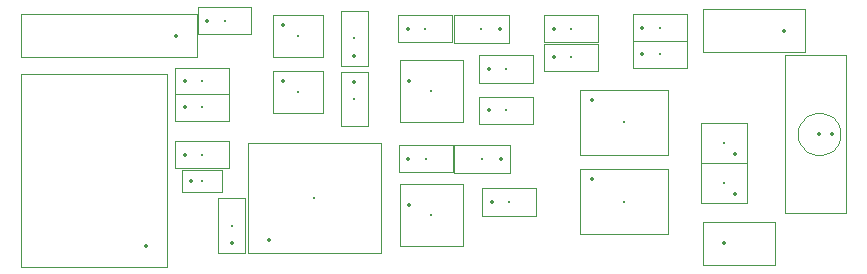
<source format=gbr>
%TF.GenerationSoftware,KiCad,Pcbnew,8.0.3-8.0.3-0~ubuntu22.04.1*%
%TF.CreationDate,2024-11-28T20:40:16+01:00*%
%TF.ProjectId,PMOD-Pulser_update,504d4f44-2d50-4756-9c73-65725f757064,rev?*%
%TF.SameCoordinates,PX5e2ce30PY52bb330*%
%TF.FileFunction,Component,L1,Top*%
%TF.FilePolarity,Positive*%
%FSLAX46Y46*%
G04 Gerber Fmt 4.6, Leading zero omitted, Abs format (unit mm)*
G04 Created by KiCad (PCBNEW 8.0.3-8.0.3-0~ubuntu22.04.1) date 2024-11-28 20:40:16*
%MOMM*%
%LPD*%
G01*
G04 APERTURE LIST*
%TA.AperFunction,ComponentMain*%
%ADD10C,0.300000*%
%TD*%
%TA.AperFunction,ComponentOutline,Courtyard*%
%ADD11C,0.100000*%
%TD*%
%TA.AperFunction,ComponentPin*%
%ADD12P,0.360000X4X0.000000*%
%TD*%
%TA.AperFunction,ComponentPin*%
%ADD13C,0.100000*%
%TD*%
%TA.AperFunction,ComponentOutline,Footprint*%
%ADD14C,0.100000*%
%TD*%
G04 APERTURE END LIST*
D10*
%TO.C,J4*%
%TO.CFtp,PinHeader_1x03_P2.54mm_Vertical*%
%TO.CVal,Conn_01x03_Pin*%
%TO.CLbN,Connector_PinHeader_2.54mm*%
%TO.CMnt,TH*%
%TO.CRot,-90*%
X58000000Y20000000D03*
D11*
X59799999Y21799999D02*
X59799999Y18200001D01*
X51150001Y18200001D01*
X51150001Y21799999D01*
X59799999Y21799999D01*
D12*
%TO.P,J4,1,Pin_1*%
X58000000Y20000000D03*
D13*
%TO.P,J4,2,Pin_2*%
X55460000Y20000000D03*
%TO.P,J4,3,Pin_3*%
X52920000Y20000000D03*
%TD*%
D10*
%TO.C,REF\u005Cu002A\u005Cu002A*%
%TO.CFtp,TestPoint_Loop_D1.80mm_Drill1.0mm_Beaded*%
%TO.CVal,TestPoint_Loop_D1.80mm_Drill1.0mm_Beaded*%
%TO.CLbN,TestPoint*%
%TO.CMnt,TH*%
%TO.CRot,0*%
X61000000Y11250000D03*
D11*
X61000000Y13052522D02*
X61268652Y13032390D01*
X61531303Y12972441D01*
X61782085Y12874018D01*
X61782085Y12874017D01*
X62015397Y12739314D01*
X62226026Y12571342D01*
X62409269Y12373854D01*
X62561030Y12151261D01*
X62677921Y11908536D01*
X62757329Y11651099D01*
X62797482Y11384703D01*
X62799999Y11250000D01*
X62797482Y11115297D01*
X62757329Y10848901D01*
X62677921Y10591464D01*
X62561030Y10348739D01*
X62409269Y10126146D01*
X62226026Y9928658D01*
X62015397Y9760686D01*
X61782085Y9625983D01*
X61531303Y9527559D01*
X61268652Y9467610D01*
X61000000Y9447477D01*
X60731348Y9467610D01*
X60468697Y9527559D01*
X60217914Y9625983D01*
X60217915Y9625983D01*
X59984603Y9760686D01*
X59773974Y9928658D01*
X59590731Y10126146D01*
X59438970Y10348739D01*
X59322079Y10591464D01*
X59242671Y10848901D01*
X59202518Y11115297D01*
X59202518Y11384703D01*
X59242671Y11651099D01*
X59322079Y11908536D01*
X59438970Y12151261D01*
X59590731Y12373854D01*
X59773974Y12571342D01*
X59984603Y12739314D01*
X60217915Y12874017D01*
X60217914Y12874018D01*
X60468697Y12972441D01*
X60731348Y13032390D01*
X61000000Y13052522D01*
D12*
%TO.P,REF\u005Cu002A\u005Cu002A,1*%
X61000000Y11250000D03*
%TD*%
D10*
%TO.C,IC1*%
%TO.CFtp,SN74LVC2G04DBV*%
%TO.CVal,SN74LVC2G04DBVT*%
%TO.CLbN,PMOD_PULSER*%
%TO.CMnt,SMD*%
%TO.CRot,0*%
X16850000Y19550000D03*
D11*
X18949999Y21324999D02*
X18949999Y17775001D01*
X14750001Y17775001D01*
X14750001Y21324999D01*
X18949999Y21324999D01*
D12*
%TO.P,IC1,1,1A*%
X15600000Y20500000D03*
D13*
%TO.P,IC1,2,GND*%
X15600000Y19550000D03*
%TO.P,IC1,3,2A*%
X15600000Y18600000D03*
%TO.P,IC1,4,2Y*%
X18100000Y18600000D03*
%TO.P,IC1,5,VCC*%
X18100000Y19550000D03*
%TO.P,IC1,6,1Y*%
X18100000Y20500000D03*
%TD*%
D10*
%TO.C,C5*%
%TO.CFtp,C_1206_3216Metric*%
%TO.CVal,10nF*%
%TO.CLbN,Capacitor_SMD*%
%TO.CMnt,SMD*%
%TO.CRot,0*%
X34500000Y13250000D03*
D11*
X36799999Y14399999D02*
X36799999Y12100001D01*
X32200001Y12100001D01*
X32200001Y14399999D01*
X36799999Y14399999D01*
D12*
%TO.P,C5,1*%
X33025000Y13250000D03*
D13*
%TO.P,C5,2*%
X35975000Y13250000D03*
%TD*%
D10*
%TO.C,R3*%
%TO.CFtp,R_1206_3216Metric*%
%TO.CVal,10K*%
%TO.CLbN,Resistor_SMD*%
%TO.CMnt,SMD*%
%TO.CRot,0*%
X8750000Y15750000D03*
D11*
X11029999Y16869999D02*
X11029999Y14630001D01*
X6470001Y14630001D01*
X6470001Y16869999D01*
X11029999Y16869999D01*
D12*
%TO.P,R3,1*%
X7287500Y15750000D03*
D13*
%TO.P,R3,2*%
X10212500Y15750000D03*
%TD*%
D10*
%TO.C,C6*%
%TO.CFtp,C_1206_3216Metric*%
%TO.CVal,1uF*%
%TO.CLbN,Capacitor_SMD*%
%TO.CMnt,SMD*%
%TO.CRot,0*%
X47500000Y18000000D03*
D11*
X49799999Y19149999D02*
X49799999Y16850001D01*
X45200001Y16850001D01*
X45200001Y19149999D01*
X49799999Y19149999D01*
D12*
%TO.P,C6,1*%
X46025000Y18000000D03*
D13*
%TO.P,C6,2*%
X48975000Y18000000D03*
%TD*%
D10*
%TO.C,D2*%
%TO.CFtp,SOT-23*%
%TO.CVal,BAV99*%
%TO.CLbN,Package_TO_SOT_SMD*%
%TO.CMnt,SMD*%
%TO.CRot,180*%
X52937500Y7100000D03*
D11*
X54857499Y8799999D02*
X54857499Y5400001D01*
X51017501Y5400001D01*
X51017501Y8799999D01*
X54857499Y8799999D01*
D12*
%TO.P,D2,1,K*%
X53875000Y6150000D03*
D13*
%TO.P,D2,2,A*%
X53875000Y8050000D03*
%TO.P,D2,3,K*%
X52000000Y7100000D03*
%TD*%
D10*
%TO.C,C7*%
%TO.CFtp,C_1206_3216Metric*%
%TO.CVal,100nF*%
%TO.CLbN,Capacitor_SMD*%
%TO.CMnt,SMD*%
%TO.CRot,0*%
X47500000Y20250000D03*
D11*
X49799999Y21399999D02*
X49799999Y19100001D01*
X45200001Y19100001D01*
X45200001Y21399999D01*
X49799999Y21399999D01*
D12*
%TO.P,C7,1*%
X46025000Y20250000D03*
D13*
%TO.P,C7,2*%
X48975000Y20250000D03*
%TD*%
D10*
%TO.C,IC2*%
%TO.CFtp,MD1213*%
%TO.CVal,MD1213K6-G*%
%TO.CLbN,PMOD_PULSER*%
%TO.CMnt,SMD*%
%TO.CRot,0*%
X28150000Y14900000D03*
D11*
X30799999Y17549999D02*
X30799999Y12250001D01*
X25500001Y12250001D01*
X25500001Y17549999D01*
X30799999Y17549999D01*
D12*
%TO.P,IC2,1,INA*%
X26300000Y15700000D03*
D13*
%TO.P,IC2,2,VL*%
X26300000Y14900000D03*
%TO.P,IC2,3,INB*%
X26300000Y14100000D03*
%TO.P,IC2,4,GND_1*%
X27350000Y13050000D03*
%TO.P,IC2,5,VSS1*%
X28150000Y13050000D03*
%TO.P,IC2,6,VSS2*%
X28950000Y13050000D03*
%TO.P,IC2,7,OUTB*%
X30000000Y14100000D03*
%TO.P,IC2,8,VH*%
X30000000Y14900000D03*
%TO.P,IC2,9,OUTA*%
X30000000Y15700000D03*
%TO.P,IC2,10,VDD2*%
X28950000Y16750000D03*
%TO.P,IC2,11,VDD1*%
X28150000Y16750000D03*
%TO.P,IC2,12,OE*%
X27350000Y16750000D03*
%TO.P,IC2,13,GND_2*%
X28150000Y14900000D03*
%TD*%
D10*
%TO.C,D1*%
%TO.CFtp,SOT-23*%
%TO.CVal,BAV99*%
%TO.CLbN,Package_TO_SOT_SMD*%
%TO.CMnt,SMD*%
%TO.CRot,180*%
X52937500Y10500000D03*
D11*
X54857499Y12199999D02*
X54857499Y8800001D01*
X51017501Y8800001D01*
X51017501Y12199999D01*
X54857499Y12199999D01*
D12*
%TO.P,D1,1,K*%
X53875000Y9550000D03*
D13*
%TO.P,D1,2,A*%
X53875000Y11450000D03*
%TO.P,D1,3,K*%
X52000000Y10500000D03*
%TD*%
D10*
%TO.C,C15*%
%TO.CFtp,C_1206_3216Metric*%
%TO.CVal,100nF*%
%TO.CLbN,Capacitor_SMD*%
%TO.CMnt,SMD*%
%TO.CRot,90*%
X21650000Y19350000D03*
D11*
X22799999Y21649999D02*
X22799999Y17050001D01*
X20500001Y17050001D01*
X20500001Y21649999D01*
X22799999Y21649999D01*
D12*
%TO.P,C15,1*%
X21650000Y17875000D03*
D13*
%TO.P,C15,2*%
X21650000Y20825000D03*
%TD*%
D10*
%TO.C,C4*%
%TO.CFtp,C_1206_3216Metric*%
%TO.CVal,10nF*%
%TO.CLbN,Capacitor_SMD*%
%TO.CMnt,SMD*%
%TO.CRot,0*%
X34500000Y16750000D03*
D11*
X36799999Y17899999D02*
X36799999Y15600001D01*
X32200001Y15600001D01*
X32200001Y17899999D01*
X36799999Y17899999D01*
D12*
%TO.P,C4,1*%
X33025000Y16750000D03*
D13*
%TO.P,C4,2*%
X35975000Y16750000D03*
%TD*%
D10*
%TO.C,FB2*%
%TO.CFtp,L_1206_3216Metric*%
%TO.CVal,120Ohm 3 A*%
%TO.CLbN,Inductor_SMD*%
%TO.CMnt,SMD*%
%TO.CRot,180*%
X32450000Y9150000D03*
D11*
X34799999Y10349999D02*
X34799999Y7950001D01*
X30100001Y7950001D01*
X30100001Y10349999D01*
X34799999Y10349999D01*
D12*
%TO.P,FB2,1*%
X34025000Y9150000D03*
D13*
%TO.P,FB2,2*%
X30875000Y9150000D03*
%TD*%
D10*
%TO.C,FB1*%
%TO.CFtp,L_1206_3216Metric*%
%TO.CVal,120Ohm 3 A*%
%TO.CLbN,Inductor_SMD*%
%TO.CMnt,SMD*%
%TO.CRot,180*%
X32400000Y20150000D03*
D11*
X34749999Y21349999D02*
X34749999Y18950001D01*
X30050001Y18950001D01*
X30050001Y21349999D01*
X34749999Y21349999D01*
D12*
%TO.P,FB1,1*%
X33975000Y20150000D03*
D13*
%TO.P,FB1,2*%
X30825000Y20150000D03*
%TD*%
D10*
%TO.C,C14*%
%TO.CFtp,C_1206_3216Metric*%
%TO.CVal,100nF*%
%TO.CLbN,Capacitor_SMD*%
%TO.CMnt,SMD*%
%TO.CRot,90*%
X11250000Y3500000D03*
D11*
X12399999Y5799999D02*
X12399999Y1200001D01*
X10100001Y1200001D01*
X10100001Y5799999D01*
X12399999Y5799999D01*
D12*
%TO.P,C14,1*%
X11250000Y2025000D03*
D13*
%TO.P,C14,2*%
X11250000Y4975000D03*
%TD*%
D10*
%TO.C,J6*%
%TO.CFtp,PinHeader_1x02_P2.54mm_Vertical*%
%TO.CVal,Conn_01x02_Pin*%
%TO.CLbN,Connector_PinHeader_2.54mm*%
%TO.CMnt,TH*%
%TO.CRot,90*%
X52920000Y2000000D03*
D11*
X57269999Y3799999D02*
X57269999Y200001D01*
X51120001Y200001D01*
X51120001Y3799999D01*
X57269999Y3799999D01*
D12*
%TO.P,J6,1,Pin_1*%
X52920000Y2000000D03*
D13*
%TO.P,J6,2,Pin_2*%
X55460000Y2000000D03*
%TD*%
D10*
%TO.C,J1*%
%TO.CFtp,AMPHENOL_132357-11*%
%TO.CVal,AMPHENOL_132357-11*%
%TO.CLbN,PMOD_PULSER*%
%TO.CMnt,Other*%
%TO.CRot,180*%
X62101000Y11250000D03*
D14*
X63276000Y4600000D02*
X63276000Y17900000D01*
X58076000Y17900000D01*
X58076000Y4600000D01*
X63276000Y4600000D01*
D12*
%TO.P,J1,1,1*%
X62101000Y11250000D03*
D13*
%TO.P,J1,2,2*%
X60526000Y7000000D03*
X60526000Y15500000D03*
%TD*%
D10*
%TO.C,R2*%
%TO.CFtp,R_1206_3216Metric*%
%TO.CVal,10K*%
%TO.CLbN,Resistor_SMD*%
%TO.CMnt,SMD*%
%TO.CRot,0*%
X10650000Y20850000D03*
D11*
X12929999Y21969999D02*
X12929999Y19730001D01*
X8370001Y19730001D01*
X8370001Y21969999D01*
X12929999Y21969999D01*
D12*
%TO.P,R2,1*%
X9187500Y20850000D03*
D13*
%TO.P,R2,2*%
X12112500Y20850000D03*
%TD*%
D10*
%TO.C,R4*%
%TO.CFtp,R_1206_3216Metric*%
%TO.CVal,10K*%
%TO.CLbN,Resistor_SMD*%
%TO.CMnt,SMD*%
%TO.CRot,0*%
X8750000Y13500000D03*
D11*
X11029999Y14619999D02*
X11029999Y12380001D01*
X6470001Y12380001D01*
X6470001Y14619999D01*
X11029999Y14619999D01*
D12*
%TO.P,R4,1*%
X7287500Y13500000D03*
D13*
%TO.P,R4,2*%
X10212500Y13500000D03*
%TD*%
D10*
%TO.C,C9*%
%TO.CFtp,C_1206_3216Metric*%
%TO.CVal,10nF*%
%TO.CLbN,Capacitor_SMD*%
%TO.CMnt,SMD*%
%TO.CRot,0*%
X34750000Y5500000D03*
D11*
X37049999Y6649999D02*
X37049999Y4350001D01*
X32450001Y4350001D01*
X32450001Y6649999D01*
X37049999Y6649999D01*
D12*
%TO.P,C9,1*%
X33275000Y5500000D03*
D13*
%TO.P,C9,2*%
X36225000Y5500000D03*
%TD*%
D10*
%TO.C,J2*%
%TO.CFtp,PinHeader_2x01_P2.54mm_Horizontal*%
%TO.CVal,Conn_01x02*%
%TO.CLbN,Connector_PinHeader_2.54mm*%
%TO.CMnt,TH*%
%TO.CRot,180*%
X6540000Y19580000D03*
D11*
X8339999Y21379999D02*
X8339999Y17780001D01*
X-6559999Y17780001D01*
X-6559999Y21379999D01*
X8339999Y21379999D01*
D12*
%TO.P,J2,1,Pin_1*%
X6540000Y19580000D03*
D13*
%TO.P,J2,2,Pin_2*%
X4000000Y19580000D03*
%TD*%
D10*
%TO.C,C2*%
%TO.CFtp,C_1206_3216Metric*%
%TO.CVal,1uF*%
%TO.CLbN,Capacitor_SMD*%
%TO.CMnt,SMD*%
%TO.CRot,0*%
X40000000Y17750000D03*
D11*
X42299999Y18899999D02*
X42299999Y16600001D01*
X37700001Y16600001D01*
X37700001Y18899999D01*
X42299999Y18899999D01*
D12*
%TO.P,C2,1*%
X38525000Y17750000D03*
D13*
%TO.P,C2,2*%
X41475000Y17750000D03*
%TD*%
D10*
%TO.C,C16*%
%TO.CFtp,C_1206_3216Metric*%
%TO.CVal,100nF*%
%TO.CLbN,Capacitor_SMD*%
%TO.CMnt,SMD*%
%TO.CRot,-90*%
X21650000Y14200000D03*
D11*
X22799999Y16499999D02*
X22799999Y11900001D01*
X20500001Y11900001D01*
X20500001Y16499999D01*
X22799999Y16499999D01*
D12*
%TO.P,C16,1*%
X21650000Y15675000D03*
D13*
%TO.P,C16,2*%
X21650000Y12725000D03*
%TD*%
D10*
%TO.C,IC6*%
%TO.CFtp,SOIC127P600X175-8N*%
%TO.CVal,TC6320TG-G*%
%TO.CLbN,PMOD_PULSER*%
%TO.CMnt,SMD*%
%TO.CRot,0*%
X44500000Y5500000D03*
D11*
X48224999Y8249999D02*
X48224999Y2750001D01*
X40775001Y2750001D01*
X40775001Y8249999D01*
X48224999Y8249999D01*
D12*
%TO.P,IC6,1,SN*%
X41788000Y7405000D03*
D13*
%TO.P,IC6,2,GN*%
X41788000Y6135000D03*
%TO.P,IC6,3,SP*%
X41788000Y4865000D03*
%TO.P,IC6,4,GP*%
X41788000Y3595000D03*
%TO.P,IC6,5,DP_1*%
X47212000Y3595000D03*
%TO.P,IC6,6,DP_2*%
X47212000Y4865000D03*
%TO.P,IC6,7,DN_1*%
X47212000Y6135000D03*
%TO.P,IC6,8,DN_2*%
X47212000Y7405000D03*
%TD*%
D10*
%TO.C,IC3*%
%TO.CFtp,SOIC127P600X175-8N*%
%TO.CVal,TC6320TG-G*%
%TO.CLbN,PMOD_PULSER*%
%TO.CMnt,SMD*%
%TO.CRot,0*%
X44500000Y12250000D03*
D11*
X48224999Y14999999D02*
X48224999Y9500001D01*
X40775001Y9500001D01*
X40775001Y14999999D01*
X48224999Y14999999D01*
D12*
%TO.P,IC3,1,SN*%
X41788000Y14155000D03*
D13*
%TO.P,IC3,2,GN*%
X41788000Y12885000D03*
%TO.P,IC3,3,SP*%
X41788000Y11615000D03*
%TO.P,IC3,4,GP*%
X41788000Y10345000D03*
%TO.P,IC3,5,DP_1*%
X47212000Y10345000D03*
%TO.P,IC3,6,DP_2*%
X47212000Y11615000D03*
%TO.P,IC3,7,DN_1*%
X47212000Y12885000D03*
%TO.P,IC3,8,DN_2*%
X47212000Y14155000D03*
%TD*%
D10*
%TO.C,C8*%
%TO.CFtp,C_1206_3216Metric*%
%TO.CVal,100nF*%
%TO.CLbN,Capacitor_SMD*%
%TO.CMnt,SMD*%
%TO.CRot,0*%
X27700000Y9150000D03*
D11*
X29999999Y10299999D02*
X29999999Y8000001D01*
X25400001Y8000001D01*
X25400001Y10299999D01*
X29999999Y10299999D01*
D12*
%TO.P,C8,1*%
X26225000Y9150000D03*
D13*
%TO.P,C8,2*%
X29175000Y9150000D03*
%TD*%
D10*
%TO.C,H1*%
%TO.CFtp,SOIC127P780X190-14N*%
%TO.CVal,TC74VHC08F_EL\u002CK\u002CF_*%
%TO.CLbN,PMOD_PULSER*%
%TO.CMnt,SMD*%
%TO.CRot,90*%
X18250000Y5812000D03*
D11*
X23899999Y10486999D02*
X23899999Y1137001D01*
X12600001Y1137001D01*
X12600001Y10486999D01*
X23899999Y10486999D01*
D12*
%TO.P,H1,1,1A*%
X14440000Y2274000D03*
D13*
%TO.P,H1,2,1B*%
X15710000Y2274000D03*
%TO.P,H1,3,1Y*%
X16980000Y2274000D03*
%TO.P,H1,4,2A*%
X18250000Y2274000D03*
%TO.P,H1,5,2B*%
X19520000Y2274000D03*
%TO.P,H1,6,2Y*%
X20790000Y2274000D03*
%TO.P,H1,7,GND*%
X22060000Y2274000D03*
%TO.P,H1,8,3Y*%
X22060000Y9350000D03*
%TO.P,H1,9,3A*%
X20790000Y9350000D03*
%TO.P,H1,10,3B*%
X19520000Y9350000D03*
%TO.P,H1,11,4Y*%
X18250000Y9350000D03*
%TO.P,H1,12,4A*%
X16980000Y9350000D03*
%TO.P,H1,13,4B*%
X15710000Y9350000D03*
%TO.P,H1,14,VCC*%
X14440000Y9350000D03*
%TD*%
D10*
%TO.C,C3*%
%TO.CFtp,C_1206_3216Metric*%
%TO.CVal,100nF*%
%TO.CLbN,Capacitor_SMD*%
%TO.CMnt,SMD*%
%TO.CRot,0*%
X40000000Y20150000D03*
D11*
X42299999Y21299999D02*
X42299999Y19000001D01*
X37700001Y19000001D01*
X37700001Y21299999D01*
X42299999Y21299999D01*
D12*
%TO.P,C3,1*%
X38525000Y20150000D03*
D13*
%TO.P,C3,2*%
X41475000Y20150000D03*
%TD*%
D10*
%TO.C,R1*%
%TO.CFtp,R_1206_3216Metric*%
%TO.CVal,1K*%
%TO.CLbN,Resistor_SMD*%
%TO.CMnt,SMD*%
%TO.CRot,0*%
X8750000Y9500000D03*
D11*
X11029999Y10619999D02*
X11029999Y8380001D01*
X6470001Y8380001D01*
X6470001Y10619999D01*
X11029999Y10619999D01*
D12*
%TO.P,R1,1*%
X7287500Y9500000D03*
D13*
%TO.P,R1,2*%
X10212500Y9500000D03*
%TD*%
D10*
%TO.C,D3*%
%TO.CFtp,D_0805_2012Metric*%
%TO.CVal,Green LED*%
%TO.CLbN,Diode_SMD*%
%TO.CMnt,SMD*%
%TO.CRot,0*%
X8750000Y7250000D03*
D11*
X10429999Y8199999D02*
X10429999Y6300001D01*
X7070001Y6300001D01*
X7070001Y8199999D01*
X10429999Y8199999D01*
D12*
%TO.P,D3,1*%
X7812500Y7250000D03*
D13*
%TO.P,D3,2*%
X9687500Y7250000D03*
%TD*%
D10*
%TO.C,J3*%
%TO.CFtp,PinHeader_1x06_P2.54mm_Horizontal*%
%TO.CVal,61300611021*%
%TO.CLbN,Connector_PinHeader_2.54mm*%
%TO.CMnt,TH*%
%TO.CRot,180*%
X4000000Y1800000D03*
D11*
X5799999Y16299999D02*
X5799999Y1D01*
X-6549999Y1D01*
X-6549999Y16299999D01*
X5799999Y16299999D01*
D12*
%TO.P,J3,1,1*%
X4000000Y1800000D03*
D13*
%TO.P,J3,2,2*%
X4000000Y4340000D03*
%TO.P,J3,3,3*%
X4000000Y6880000D03*
%TO.P,J3,4,4*%
X4000000Y9420000D03*
%TO.P,J3,5,5*%
X4000000Y11960000D03*
%TO.P,J3,6,6*%
X4000000Y14500000D03*
%TD*%
D10*
%TO.C,C1*%
%TO.CFtp,C_1206_3216Metric*%
%TO.CVal,100nF*%
%TO.CLbN,Capacitor_SMD*%
%TO.CMnt,SMD*%
%TO.CRot,0*%
X27650000Y20150000D03*
D11*
X29949999Y21299999D02*
X29949999Y19000001D01*
X25350001Y19000001D01*
X25350001Y21299999D01*
X29949999Y21299999D01*
D12*
%TO.P,C1,1*%
X26175000Y20150000D03*
D13*
%TO.P,C1,2*%
X29125000Y20150000D03*
%TD*%
D10*
%TO.C,IC4*%
%TO.CFtp,SN74LVC2G04DBV*%
%TO.CVal,SN74LVC2G04DBVT*%
%TO.CLbN,PMOD_PULSER*%
%TO.CMnt,SMD*%
%TO.CRot,0*%
X16850000Y14800000D03*
D11*
X18949999Y16574999D02*
X18949999Y13025001D01*
X14750001Y13025001D01*
X14750001Y16574999D01*
X18949999Y16574999D01*
D12*
%TO.P,IC4,1,1A*%
X15600000Y15750000D03*
D13*
%TO.P,IC4,2,GND*%
X15600000Y14800000D03*
%TO.P,IC4,3,2A*%
X15600000Y13850000D03*
%TO.P,IC4,4,2Y*%
X18100000Y13850000D03*
%TO.P,IC4,5,VCC*%
X18100000Y14800000D03*
%TO.P,IC4,6,1Y*%
X18100000Y15750000D03*
%TD*%
D10*
%TO.C,IC5*%
%TO.CFtp,MD1213*%
%TO.CVal,MD1213K6-G*%
%TO.CLbN,PMOD_PULSER*%
%TO.CMnt,SMD*%
%TO.CRot,0*%
X28150000Y4400000D03*
D11*
X30799999Y7049999D02*
X30799999Y1750001D01*
X25500001Y1750001D01*
X25500001Y7049999D01*
X30799999Y7049999D01*
D12*
%TO.P,IC5,1,INA*%
X26300000Y5200000D03*
D13*
%TO.P,IC5,2,VL*%
X26300000Y4400000D03*
%TO.P,IC5,3,INB*%
X26300000Y3600000D03*
%TO.P,IC5,4,GND_1*%
X27350000Y2550000D03*
%TO.P,IC5,5,VSS1*%
X28150000Y2550000D03*
%TO.P,IC5,6,VSS2*%
X28950000Y2550000D03*
%TO.P,IC5,7,OUTB*%
X30000000Y3600000D03*
%TO.P,IC5,8,VH*%
X30000000Y4400000D03*
%TO.P,IC5,9,OUTA*%
X30000000Y5200000D03*
%TO.P,IC5,10,VDD2*%
X28950000Y6250000D03*
%TO.P,IC5,11,VDD1*%
X28150000Y6250000D03*
%TO.P,IC5,12,OE*%
X27350000Y6250000D03*
%TO.P,IC5,13,GND_2*%
X28150000Y4400000D03*
%TD*%
M02*

</source>
